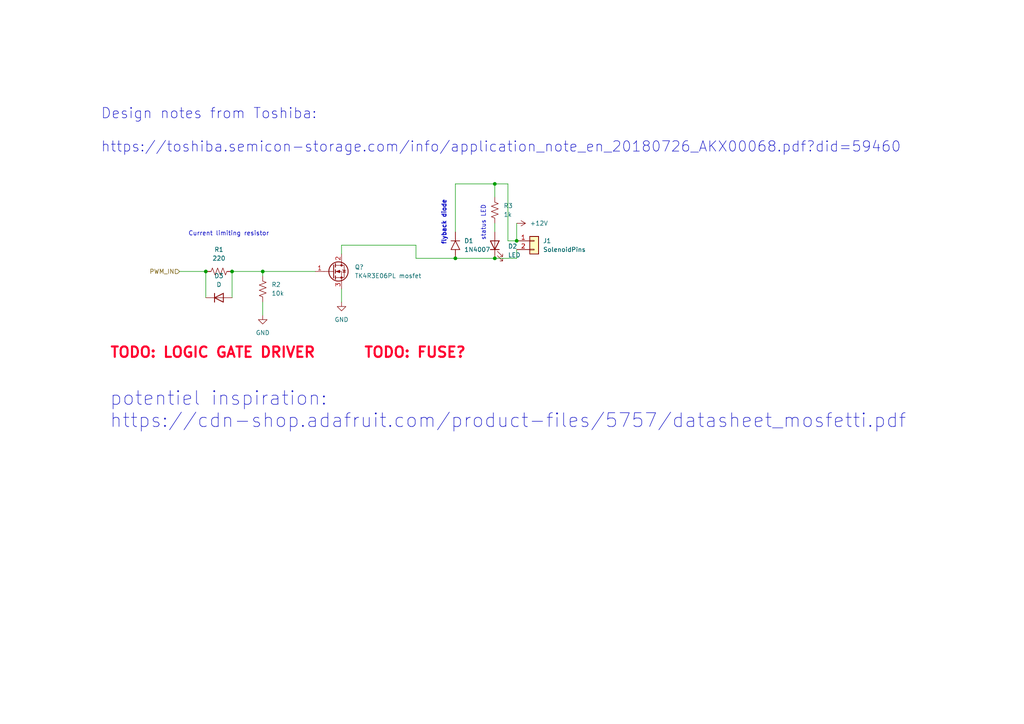
<source format=kicad_sch>
(kicad_sch (version 20230121) (generator eeschema)
  (paper "A4")
  (lib_symbols
    (symbol "Device:D" (pin_numbers hide) (pin_names (offset 1.016) hide)
      (property "Reference" "D" (at 0 2.54 0))
      (property "Value" "D" (at 0 -2.54 0))
      (symbol "D_0_1"
        (polyline (pts (xy -1.27 1.27) (xy -1.27 -1.27)) (stroke (width 0.254)))
        (polyline (pts (xy 1.27 0) (xy -1.27 0)))
        (polyline (pts (xy 1.27 1.27) (xy 1.27 -1.27) (xy -1.27 0) (xy 1.27 1.27)) (stroke (width 0.254)))
      )
      (symbol "D_1_1"
        (pin passive line (at -3.81 0 0) (length 2.54) (name "K") (number "1"))
        (pin passive line (at 3.81 0 180) (length 2.54) (name "A") (number "2"))
      )
    )
    (symbol "Device:LED" (pin_numbers hide) (pin_names (offset 1.016) hide)
      (property "Reference" "D" (at 0 2.54 0))
      (property "Value" "LED" (at 0 -2.54 0))
      (symbol "LED_0_1"
        (polyline (pts (xy -1.27 -1.27) (xy -1.27 1.27)) (stroke (width 0.254)))
        (polyline (pts (xy -1.27 0) (xy 1.27 0)))
        (polyline (pts (xy 1.27 -1.27) (xy 1.27 1.27) (xy -1.27 0) (xy 1.27 -1.27)) (stroke (width 0.254)))
        (polyline (pts (xy -3.048 -0.762) (xy -4.572 -2.286) (xy -3.81 -2.286) (xy -4.572 -2.286) (xy -4.572 -1.524)))
        (polyline (pts (xy -1.778 -0.762) (xy -3.302 -2.286) (xy -2.54 -2.286) (xy -3.302 -2.286) (xy -3.302 -1.524)))
      )
      (symbol "LED_1_1"
        (pin passive line (at -3.81 0 0) (length 2.54) (name "K") (number "1"))
        (pin passive line (at 3.81 0 180) (length 2.54) (name "A") (number "2"))
      )
    )
    (symbol "Device:Q_NMOS_DGS" (pin_names (offset 0) hide)
      (property "Reference" "Q1" (at 6.35 1.27 0))
      (property "Value" "TK4R3E06PL mosfet" (at 6.35 -1.27 0))
      (symbol "Q_NMOS_DGS_0_1"
        (polyline (pts (xy 0.254 0) (xy -2.54 0)))
        (polyline (pts (xy 0.254 1.905) (xy 0.254 -1.905)) (stroke (width 0.254)))
        (polyline (pts (xy 0.762 -1.27) (xy 0.762 -2.286)) (stroke (width 0.254)))
        (polyline (pts (xy 0.762 0.508) (xy 0.762 -0.508)) (stroke (width 0.254)))
        (polyline (pts (xy 0.762 2.286) (xy 0.762 1.27)) (stroke (width 0.254)))
        (polyline (pts (xy 2.54 2.54) (xy 2.54 1.778)))
        (polyline (pts (xy 2.54 -2.54) (xy 2.54 0) (xy 0.762 0)))
        (polyline (pts (xy 0.762 -1.778) (xy 3.302 -1.778) (xy 3.302 1.778) (xy 0.762 1.778)))
        (polyline (pts (xy 1.016 0) (xy 2.032 0.381) (xy 2.032 -0.381) (xy 1.016 0)) (fill (type outline)))
        (polyline (pts (xy 2.794 0.508) (xy 2.921 0.381) (xy 3.683 0.381) (xy 3.81 0.254)))
        (polyline (pts (xy 3.302 0.381) (xy 2.921 -0.254) (xy 3.683 -0.254) (xy 3.302 0.381)))
        (circle (center 1.651 0) (radius 2.794) (stroke (width 0.254)))
        (circle (center 2.54 -1.778) (radius 0.254) (fill (type outline)))
        (circle (center 2.54 1.778) (radius 0.254) (fill (type outline)))
      )
      (symbol "Q_NMOS_DGS_1_1"
        (pin input line (at -5.08 0 0) (length 2.54) (name "G") (number "1"))
        (pin passive line (at 2.54 5.08 270) (length 2.54) (name "D") (number "2"))
        (pin passive line (at 2.54 -5.08 90) (length 2.54) (name "S") (number "3"))
      )
    )
    (symbol "Device:R_US" (pin_numbers hide) (pin_names (offset 0))
      (property "Reference" "R" (at 2.54 0 90))
      (property "Value" "R_US" (at -2.54 0 90))
      (symbol "R_US_0_1"
        (polyline (pts (xy 0 -2.286) (xy 0 -2.54)))
        (polyline (pts (xy 0 2.286) (xy 0 2.54)))
        (polyline (pts (xy 0 -0.762) (xy 1.016 -1.143) (xy 0 -1.524) (xy -1.016 -1.905) (xy 0 -2.286)))
        (polyline (pts (xy 0 0.762) (xy 1.016 0.381) (xy 0 0) (xy -1.016 -0.381) (xy 0 -0.762)))
        (polyline (pts (xy 0 2.286) (xy 1.016 1.905) (xy 0 1.524) (xy -1.016 1.143) (xy 0 0.762)))
      )
      (symbol "R_US_1_1"
        (pin passive line (at 0 3.81 270) (length 1.27) (name "~") (number "1"))
        (pin passive line (at 0 -3.81 90) (length 1.27) (name "~") (number "2"))
      )
    )
    (symbol "PCM_4ms_Connector:Conn_01x02" (pin_names (offset 1.016) hide)
      (property "Reference" "J" (at 0 2.54 0))
      (property "Value" "Conn_01x02" (at 0 -5.08 0))
      (symbol "Conn_01x02_1_1"
        (rectangle (start -1.27 -2.413) (end 0 -2.667) (stroke (width 0.1524)))
        (rectangle (start -1.27 0.127) (end 0 -0.127) (stroke (width 0.1524)))
        (rectangle (start -1.27 1.27) (end 1.27 -3.81) (stroke (width 0.254)) (fill (type background)))
        (pin passive line (at -5.08 0 0) (length 3.81) (name "Pin_1") (number "1"))
        (pin passive line (at -5.08 -2.54 0) (length 3.81) (name "Pin_2") (number "2"))
      )
    )
    (symbol "PCM_4ms_Diode:D_Generic" (pin_numbers hide) (pin_names (offset 1.016) hide)
      (property "Reference" "D" (at 0 2.54 0))
      (property "Value" "D_Generic" (at 0 -2.54 0))
      (symbol "D_Generic_0_1"
        (polyline (pts (xy -1.27 1.27) (xy -1.27 -1.27)) (stroke (width 0.2032)))
        (polyline (pts (xy 1.27 1.27) (xy 1.27 -1.27) (xy -1.27 0) (xy 1.27 1.27)) (stroke (width 0.2032)))
      )
      (symbol "D_Generic_1_1"
        (pin passive line (at -3.81 0 0) (length 2.54) (name "K") (number "1"))
        (pin passive line (at 3.81 0 180) (length 2.54) (name "A") (number "2"))
      )
    )
    (symbol "PCM_4ms_Power-symbol:+12V" (power) (pin_names (offset 0))
      (property "Value" "+12V" (at 0 3.556 0))
      (symbol "+12V_0_1"
        (polyline (pts (xy -0.762 1.27) (xy 0 2.54)))
        (polyline (pts (xy 0 0) (xy 0 2.54)))
        (polyline (pts (xy 0 2.54) (xy 0.762 1.27)))
      )
      (symbol "+12V_1_1"
        (pin power_in line (at 0 0 90) (length 0) hide (name "+12V") (number "1"))
      )
    )
    (symbol "power:GND" (power) (pin_names (offset 0))
      (property "Value" "GND" (at 0 -3.81 0))
      (symbol "GND_0_1"
        (polyline (pts (xy 0 0) (xy 0 -1.27) (xy 1.27 -1.27) (xy 0 -2.54) (xy -1.27 -1.27) (xy 0 -1.27)))
      )
      (symbol "GND_1_1"
        (pin power_in line (at 0 0 270) (length 0) hide (name "GND") (number "1"))
      )
    )
  )
  (junction (at 59.69 78.74))
  (junction (at 132.08 74.93))
  (junction (at 67.31 78.74))
  (junction (at 143.51 53.34))
  (junction (at 143.51 74.93))
  (junction (at 76.2 78.74))
  (junction (at 149.86 69.85))
  (wire (pts (xy 143.51 53.34) (xy 143.51 57.15)))
  (wire (pts (xy 132.08 74.93) (xy 120.65 74.93)))
  (wire (pts (xy 147.32 69.85) (xy 149.86 69.85)))
  (wire (pts (xy 132.08 53.34) (xy 132.08 67.31)))
  (wire (pts (xy 99.06 83.82) (xy 99.06 87.63)))
  (wire (pts (xy 143.51 74.93) (xy 149.86 74.93)))
  (wire (pts (xy 67.31 78.74) (xy 76.2 78.74)))
  (wire (pts (xy 147.32 53.34) (xy 147.32 69.85)))
  (wire (pts (xy 59.69 78.74) (xy 59.69 86.36)))
  (wire (pts (xy 76.2 78.74) (xy 91.44 78.74)))
  (wire (pts (xy 132.08 74.93) (xy 143.51 74.93)))
  (wire (pts (xy 67.31 78.74) (xy 67.31 86.36)))
  (wire (pts (xy 52.07 78.74) (xy 59.69 78.74)))
  (wire (pts (xy 149.86 72.39) (xy 149.86 74.93)))
  (wire (pts (xy 120.65 71.12) (xy 99.06 71.12)))
  (wire (pts (xy 120.65 74.93) (xy 120.65 71.12)))
  (wire (pts (xy 143.51 64.77) (xy 143.51 67.31)))
  (wire (pts (xy 76.2 87.63) (xy 76.2 91.44)))
  (wire (pts (xy 132.08 53.34) (xy 143.51 53.34)))
  (wire (pts (xy 76.2 80.01) (xy 76.2 78.74)))
  (wire (pts (xy 149.86 64.77) (xy 149.86 69.85)))
  (wire (pts (xy 99.06 71.12) (xy 99.06 73.66)))
  (wire (pts (xy 143.51 53.34) (xy 147.32 53.34)))
  (text "potentiel inspiration:\nhttps://cdn-shop.adafruit.com/product-files/5757/datasheet_mosfetti.pdf" (at 31.75 124.46 0) (effects (font (size 4 4)) (justify left bottom)))
  (text "TODO: LOGIC GATE DRIVER" (at 31.75 104.14 0) (effects (font (size 3 3) (thickness 0.6) bold) (justify left bottom)))
  (text "status LED\n" (at 140.97 69.85 90) (effects (font (size 1.27 1.27)) (justify left bottom)))
  (text "Design notes from Toshiba:\n\nhttps://toshiba.semicon-storage.com/info/application_note_en_20180726_AKX00068.pdf?did=59460" (at 29.21 44.45 0) (effects (font (size 3 3)) (justify left bottom)))
  (text "TODO: FUSE?" (at 105.41 104.14 0) (effects (font (size 3 3) (thickness 0.6) bold) (justify left bottom)))
  (text "flyback diode" (at 129.54 71.12 90) (effects (font (size 1.27 1.27) bold) (justify left bottom)))
  (text "Current limiting resistor\n" (at 54.61 68.58 0) (effects (font (size 1.27 1.27)) (justify left bottom)))
  (hierarchical_label "PWM_IN" (shape input) (at 52.07 78.74 180))
  (symbol (lib_id "Device:R_US") (at 63.5 78.74 90) (unit 1)
    (property "Reference" "R1" (at 63.5 72.39 90))
    (property "Value" "220" (at 63.5 74.93 90))
  )
  (symbol (lib_id "power:GND") (at 76.2 91.44 0) (unit 1)
    (property "Reference" "#PWR01" (effects hide))
    (property "Value" "GND" (at 76.2 96.52 0))
  )
  (symbol (lib_id "PCM_4ms_Diode:D_Generic") (at 132.08 71.12 270) (unit 1)
    (property "Reference" "D1" (at 134.62 69.85 90) (effects (justify left)))
    (property "Value" "1N4007" (at 134.62 72.39 90) (effects (justify left)))
  )
  (symbol (lib_id "Device:LED") (at 143.51 71.12 90) (unit 1)
    (property "Reference" "D2" (at 147.32 71.4375 90) (effects (justify right)))
    (property "Value" "LED" (at 147.32 73.9775 90) (effects (justify right)))
  )
  (symbol (lib_id "Device:R_US") (at 143.51 60.96 180) (unit 1)
    (property "Reference" "R3" (at 146.05 59.69 0) (effects (justify right)))
    (property "Value" "1k" (at 146.05 62.23 0) (effects (justify right)))
  )
  (symbol (lib_id "Device:Q_NMOS_DGS") (at 96.52 78.74 0) (unit 1)
    (property "Reference" "Q?" (at 102.87 77.47 0) (effects (justify left)))
    (property "Value" "TK4R3E06PL mosfet" (at 102.87 80.01 0) (effects (justify left)))
    (instances (project "pico-midi-solenoid" (path "" (reference "Q?") (unit 1)) (path "" (reference "Q1") (unit 1))))
  )
  (symbol (lib_id "PCM_4ms_Power-symbol:+12V") (at 149.86 64.77 270) (unit 1)
    (property "Reference" "#PWR05" (effects hide))
    (property "Value" "+12V" (at 153.67 64.77 90) (effects (justify left)))
  )
  (symbol (lib_id "Device:D") (at 63.5 86.36 0) (unit 1)
    (property "Reference" "D3" (at 63.5 80.01 0))
    (property "Value" "D" (at 63.5 82.55 0))
    (property "Sim.Device" "D" (effects hide))
    (property "Sim.Pins" "1=K 2=A" (effects hide))
  )
  (symbol (lib_id "power:GND") (at 99.06 87.63 0) (unit 1)
    (property "Reference" "#PWR02" (effects hide))
    (property "Value" "GND" (at 99.06 92.71 0))
  )
  (symbol (lib_id "PCM_4ms_Connector:Conn_01x02") (at 154.94 69.85 0) (unit 1)
    (property "Reference" "J1" (at 157.48 69.85 0) (effects (justify left)))
    (property "Value" "SolenoidPins" (at 157.48 72.39 0) (effects (justify left)))
    (property "Footprint" "4ms_Connector:Pins_1x02_2.54mm_TH" (effects hide))
    (property "Specifications" "Pins_01x02, Header, Male Pins, 1*2, spacing 2.54mm, straight pin" (effects hide))
    (property "Manufacturer" "TAD" (effects hide))
    (property "Part Number" "1-0201FBV0T" (effects hide))
  )
  (symbol (lib_id "Device:R_US") (at 76.2 83.82 180) (unit 1)
    (property "Reference" "R2" (at 78.74 82.55 0) (effects (justify right)))
    (property "Value" "10k" (at 78.74 85.09 0) (effects (justify right)))
  )
)
</source>
